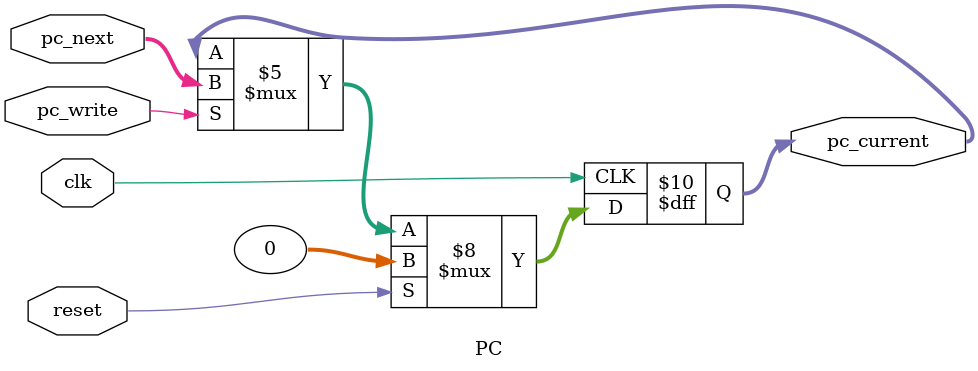
<source format=v>
module PC
(
    input wire [31:0] pc_next,
    input wire reset, clk, pc_write,
    output reg [31:0] pc_current
);
  	initial begin
        pc_current <= 32'h00000000;
    end
    always @(posedge clk)
    begin
        if (reset == 1)
        begin
            pc_current <= 32'h00000000;
        end 
        else
        begin
            if (pc_write == 1)
            begin
                pc_current <= pc_next;
            end
        end
    end
endmodule
</source>
